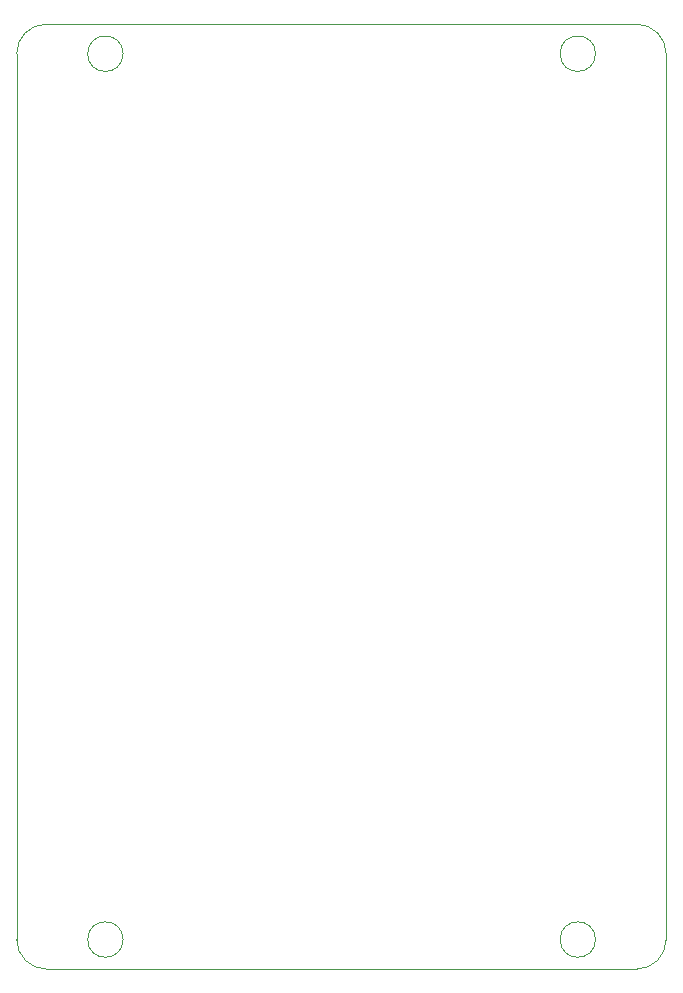
<source format=gbr>
%TF.GenerationSoftware,KiCad,Pcbnew,8.0.4*%
%TF.CreationDate,2024-08-04T12:08:38+08:00*%
%TF.ProjectId,pi_pico_shield,70695f70-6963-46f5-9f73-6869656c642e,rev?*%
%TF.SameCoordinates,Original*%
%TF.FileFunction,Profile,NP*%
%FSLAX46Y46*%
G04 Gerber Fmt 4.6, Leading zero omitted, Abs format (unit mm)*
G04 Created by KiCad (PCBNEW 8.0.4) date 2024-08-04 12:08:38*
%MOMM*%
%LPD*%
G01*
G04 APERTURE LIST*
%TA.AperFunction,Profile*%
%ADD10C,0.050000*%
%TD*%
G04 APERTURE END LIST*
D10*
X19105500Y-16103300D02*
X69105500Y-16103300D01*
X19123277Y-96103300D02*
G75*
G02*
X16623280Y-93603300I-127J2499870D01*
G01*
X65623267Y-18603300D02*
G75*
G02*
X62623267Y-18603300I-1500000J0D01*
G01*
X62623267Y-18603300D02*
G75*
G02*
X65623267Y-18603300I1500000J0D01*
G01*
X25623267Y-18603300D02*
G75*
G02*
X22623267Y-18603300I-1500000J0D01*
G01*
X22623267Y-18603300D02*
G75*
G02*
X25623267Y-18603300I1500000J0D01*
G01*
X71605533Y-93603267D02*
G75*
G02*
X69105533Y-96103333I-2500033J-33D01*
G01*
X16605500Y-18603300D02*
G75*
G02*
X19105500Y-16103300I2500000J0D01*
G01*
X71605500Y-18603300D02*
X71605533Y-93603267D01*
X16623277Y-93603300D02*
X16605500Y-18603300D01*
X69105533Y-96103267D02*
X19123277Y-96103300D01*
X65623267Y-93603300D02*
G75*
G02*
X62623267Y-93603300I-1500000J0D01*
G01*
X62623267Y-93603300D02*
G75*
G02*
X65623267Y-93603300I1500000J0D01*
G01*
X25623267Y-93603300D02*
G75*
G02*
X22623267Y-93603300I-1500000J0D01*
G01*
X22623267Y-93603300D02*
G75*
G02*
X25623267Y-93603300I1500000J0D01*
G01*
X69105500Y-16103300D02*
G75*
G02*
X71605500Y-18603300I0J-2500000D01*
G01*
M02*

</source>
